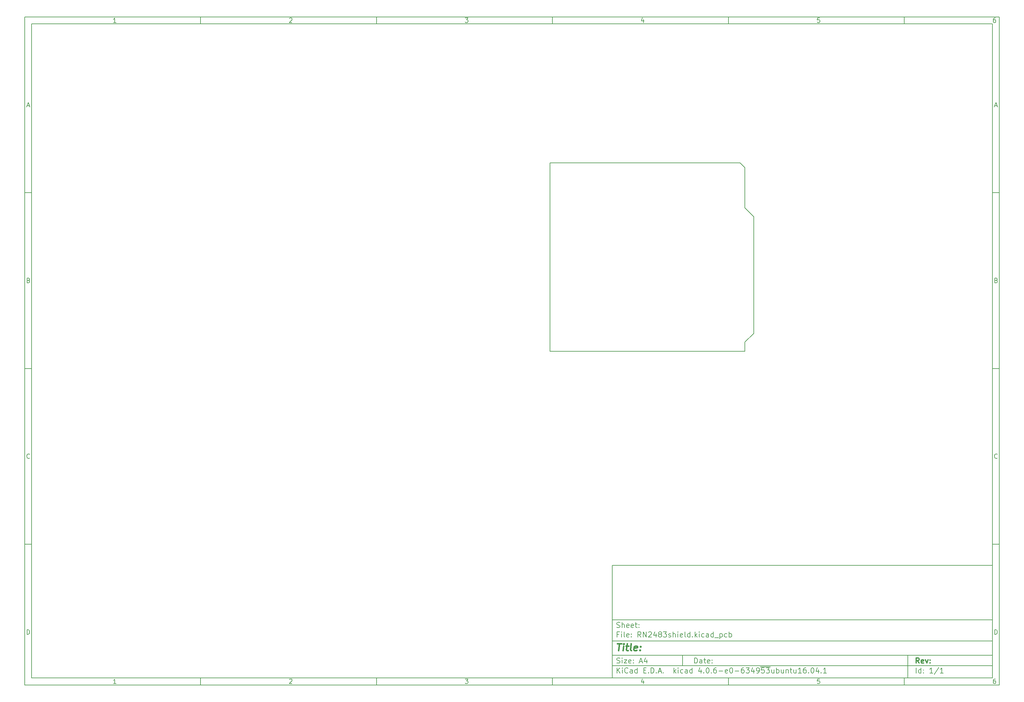
<source format=gm1>
%TF.GenerationSoftware,KiCad,Pcbnew,4.0.6-e0-6349~53~ubuntu16.04.1*%
%TF.CreationDate,2017-06-05T20:25:56+01:00*%
%TF.ProjectId,RN2483shield,524E32343833736869656C642E6B6963,rev?*%
%TF.FileFunction,Profile,NP*%
%FSLAX46Y46*%
G04 Gerber Fmt 4.6, Leading zero omitted, Abs format (unit mm)*
G04 Created by KiCad (PCBNEW 4.0.6-e0-6349~53~ubuntu16.04.1) date Mon Jun  5 20:25:56 2017*
%MOMM*%
%LPD*%
G01*
G04 APERTURE LIST*
%ADD10C,0.100000*%
%ADD11C,0.150000*%
%ADD12C,0.300000*%
%ADD13C,0.400000*%
G04 APERTURE END LIST*
D10*
D11*
X177002200Y-166007200D02*
X177002200Y-198007200D01*
X285002200Y-198007200D01*
X285002200Y-166007200D01*
X177002200Y-166007200D01*
D10*
D11*
X10000000Y-10000000D02*
X10000000Y-200007200D01*
X287002200Y-200007200D01*
X287002200Y-10000000D01*
X10000000Y-10000000D01*
D10*
D11*
X12000000Y-12000000D02*
X12000000Y-198007200D01*
X285002200Y-198007200D01*
X285002200Y-12000000D01*
X12000000Y-12000000D01*
D10*
D11*
X60000000Y-12000000D02*
X60000000Y-10000000D01*
D10*
D11*
X110000000Y-12000000D02*
X110000000Y-10000000D01*
D10*
D11*
X160000000Y-12000000D02*
X160000000Y-10000000D01*
D10*
D11*
X210000000Y-12000000D02*
X210000000Y-10000000D01*
D10*
D11*
X260000000Y-12000000D02*
X260000000Y-10000000D01*
D10*
D11*
X35990476Y-11588095D02*
X35247619Y-11588095D01*
X35619048Y-11588095D02*
X35619048Y-10288095D01*
X35495238Y-10473810D01*
X35371429Y-10597619D01*
X35247619Y-10659524D01*
D10*
D11*
X85247619Y-10411905D02*
X85309524Y-10350000D01*
X85433333Y-10288095D01*
X85742857Y-10288095D01*
X85866667Y-10350000D01*
X85928571Y-10411905D01*
X85990476Y-10535714D01*
X85990476Y-10659524D01*
X85928571Y-10845238D01*
X85185714Y-11588095D01*
X85990476Y-11588095D01*
D10*
D11*
X135185714Y-10288095D02*
X135990476Y-10288095D01*
X135557143Y-10783333D01*
X135742857Y-10783333D01*
X135866667Y-10845238D01*
X135928571Y-10907143D01*
X135990476Y-11030952D01*
X135990476Y-11340476D01*
X135928571Y-11464286D01*
X135866667Y-11526190D01*
X135742857Y-11588095D01*
X135371429Y-11588095D01*
X135247619Y-11526190D01*
X135185714Y-11464286D01*
D10*
D11*
X185866667Y-10721429D02*
X185866667Y-11588095D01*
X185557143Y-10226190D02*
X185247619Y-11154762D01*
X186052381Y-11154762D01*
D10*
D11*
X235928571Y-10288095D02*
X235309524Y-10288095D01*
X235247619Y-10907143D01*
X235309524Y-10845238D01*
X235433333Y-10783333D01*
X235742857Y-10783333D01*
X235866667Y-10845238D01*
X235928571Y-10907143D01*
X235990476Y-11030952D01*
X235990476Y-11340476D01*
X235928571Y-11464286D01*
X235866667Y-11526190D01*
X235742857Y-11588095D01*
X235433333Y-11588095D01*
X235309524Y-11526190D01*
X235247619Y-11464286D01*
D10*
D11*
X285866667Y-10288095D02*
X285619048Y-10288095D01*
X285495238Y-10350000D01*
X285433333Y-10411905D01*
X285309524Y-10597619D01*
X285247619Y-10845238D01*
X285247619Y-11340476D01*
X285309524Y-11464286D01*
X285371429Y-11526190D01*
X285495238Y-11588095D01*
X285742857Y-11588095D01*
X285866667Y-11526190D01*
X285928571Y-11464286D01*
X285990476Y-11340476D01*
X285990476Y-11030952D01*
X285928571Y-10907143D01*
X285866667Y-10845238D01*
X285742857Y-10783333D01*
X285495238Y-10783333D01*
X285371429Y-10845238D01*
X285309524Y-10907143D01*
X285247619Y-11030952D01*
D10*
D11*
X60000000Y-198007200D02*
X60000000Y-200007200D01*
D10*
D11*
X110000000Y-198007200D02*
X110000000Y-200007200D01*
D10*
D11*
X160000000Y-198007200D02*
X160000000Y-200007200D01*
D10*
D11*
X210000000Y-198007200D02*
X210000000Y-200007200D01*
D10*
D11*
X260000000Y-198007200D02*
X260000000Y-200007200D01*
D10*
D11*
X35990476Y-199595295D02*
X35247619Y-199595295D01*
X35619048Y-199595295D02*
X35619048Y-198295295D01*
X35495238Y-198481010D01*
X35371429Y-198604819D01*
X35247619Y-198666724D01*
D10*
D11*
X85247619Y-198419105D02*
X85309524Y-198357200D01*
X85433333Y-198295295D01*
X85742857Y-198295295D01*
X85866667Y-198357200D01*
X85928571Y-198419105D01*
X85990476Y-198542914D01*
X85990476Y-198666724D01*
X85928571Y-198852438D01*
X85185714Y-199595295D01*
X85990476Y-199595295D01*
D10*
D11*
X135185714Y-198295295D02*
X135990476Y-198295295D01*
X135557143Y-198790533D01*
X135742857Y-198790533D01*
X135866667Y-198852438D01*
X135928571Y-198914343D01*
X135990476Y-199038152D01*
X135990476Y-199347676D01*
X135928571Y-199471486D01*
X135866667Y-199533390D01*
X135742857Y-199595295D01*
X135371429Y-199595295D01*
X135247619Y-199533390D01*
X135185714Y-199471486D01*
D10*
D11*
X185866667Y-198728629D02*
X185866667Y-199595295D01*
X185557143Y-198233390D02*
X185247619Y-199161962D01*
X186052381Y-199161962D01*
D10*
D11*
X235928571Y-198295295D02*
X235309524Y-198295295D01*
X235247619Y-198914343D01*
X235309524Y-198852438D01*
X235433333Y-198790533D01*
X235742857Y-198790533D01*
X235866667Y-198852438D01*
X235928571Y-198914343D01*
X235990476Y-199038152D01*
X235990476Y-199347676D01*
X235928571Y-199471486D01*
X235866667Y-199533390D01*
X235742857Y-199595295D01*
X235433333Y-199595295D01*
X235309524Y-199533390D01*
X235247619Y-199471486D01*
D10*
D11*
X285866667Y-198295295D02*
X285619048Y-198295295D01*
X285495238Y-198357200D01*
X285433333Y-198419105D01*
X285309524Y-198604819D01*
X285247619Y-198852438D01*
X285247619Y-199347676D01*
X285309524Y-199471486D01*
X285371429Y-199533390D01*
X285495238Y-199595295D01*
X285742857Y-199595295D01*
X285866667Y-199533390D01*
X285928571Y-199471486D01*
X285990476Y-199347676D01*
X285990476Y-199038152D01*
X285928571Y-198914343D01*
X285866667Y-198852438D01*
X285742857Y-198790533D01*
X285495238Y-198790533D01*
X285371429Y-198852438D01*
X285309524Y-198914343D01*
X285247619Y-199038152D01*
D10*
D11*
X10000000Y-60000000D02*
X12000000Y-60000000D01*
D10*
D11*
X10000000Y-110000000D02*
X12000000Y-110000000D01*
D10*
D11*
X10000000Y-160000000D02*
X12000000Y-160000000D01*
D10*
D11*
X10690476Y-35216667D02*
X11309524Y-35216667D01*
X10566667Y-35588095D02*
X11000000Y-34288095D01*
X11433333Y-35588095D01*
D10*
D11*
X11092857Y-84907143D02*
X11278571Y-84969048D01*
X11340476Y-85030952D01*
X11402381Y-85154762D01*
X11402381Y-85340476D01*
X11340476Y-85464286D01*
X11278571Y-85526190D01*
X11154762Y-85588095D01*
X10659524Y-85588095D01*
X10659524Y-84288095D01*
X11092857Y-84288095D01*
X11216667Y-84350000D01*
X11278571Y-84411905D01*
X11340476Y-84535714D01*
X11340476Y-84659524D01*
X11278571Y-84783333D01*
X11216667Y-84845238D01*
X11092857Y-84907143D01*
X10659524Y-84907143D01*
D10*
D11*
X11402381Y-135464286D02*
X11340476Y-135526190D01*
X11154762Y-135588095D01*
X11030952Y-135588095D01*
X10845238Y-135526190D01*
X10721429Y-135402381D01*
X10659524Y-135278571D01*
X10597619Y-135030952D01*
X10597619Y-134845238D01*
X10659524Y-134597619D01*
X10721429Y-134473810D01*
X10845238Y-134350000D01*
X11030952Y-134288095D01*
X11154762Y-134288095D01*
X11340476Y-134350000D01*
X11402381Y-134411905D01*
D10*
D11*
X10659524Y-185588095D02*
X10659524Y-184288095D01*
X10969048Y-184288095D01*
X11154762Y-184350000D01*
X11278571Y-184473810D01*
X11340476Y-184597619D01*
X11402381Y-184845238D01*
X11402381Y-185030952D01*
X11340476Y-185278571D01*
X11278571Y-185402381D01*
X11154762Y-185526190D01*
X10969048Y-185588095D01*
X10659524Y-185588095D01*
D10*
D11*
X287002200Y-60000000D02*
X285002200Y-60000000D01*
D10*
D11*
X287002200Y-110000000D02*
X285002200Y-110000000D01*
D10*
D11*
X287002200Y-160000000D02*
X285002200Y-160000000D01*
D10*
D11*
X285692676Y-35216667D02*
X286311724Y-35216667D01*
X285568867Y-35588095D02*
X286002200Y-34288095D01*
X286435533Y-35588095D01*
D10*
D11*
X286095057Y-84907143D02*
X286280771Y-84969048D01*
X286342676Y-85030952D01*
X286404581Y-85154762D01*
X286404581Y-85340476D01*
X286342676Y-85464286D01*
X286280771Y-85526190D01*
X286156962Y-85588095D01*
X285661724Y-85588095D01*
X285661724Y-84288095D01*
X286095057Y-84288095D01*
X286218867Y-84350000D01*
X286280771Y-84411905D01*
X286342676Y-84535714D01*
X286342676Y-84659524D01*
X286280771Y-84783333D01*
X286218867Y-84845238D01*
X286095057Y-84907143D01*
X285661724Y-84907143D01*
D10*
D11*
X286404581Y-135464286D02*
X286342676Y-135526190D01*
X286156962Y-135588095D01*
X286033152Y-135588095D01*
X285847438Y-135526190D01*
X285723629Y-135402381D01*
X285661724Y-135278571D01*
X285599819Y-135030952D01*
X285599819Y-134845238D01*
X285661724Y-134597619D01*
X285723629Y-134473810D01*
X285847438Y-134350000D01*
X286033152Y-134288095D01*
X286156962Y-134288095D01*
X286342676Y-134350000D01*
X286404581Y-134411905D01*
D10*
D11*
X285661724Y-185588095D02*
X285661724Y-184288095D01*
X285971248Y-184288095D01*
X286156962Y-184350000D01*
X286280771Y-184473810D01*
X286342676Y-184597619D01*
X286404581Y-184845238D01*
X286404581Y-185030952D01*
X286342676Y-185278571D01*
X286280771Y-185402381D01*
X286156962Y-185526190D01*
X285971248Y-185588095D01*
X285661724Y-185588095D01*
D10*
D11*
X200359343Y-193785771D02*
X200359343Y-192285771D01*
X200716486Y-192285771D01*
X200930771Y-192357200D01*
X201073629Y-192500057D01*
X201145057Y-192642914D01*
X201216486Y-192928629D01*
X201216486Y-193142914D01*
X201145057Y-193428629D01*
X201073629Y-193571486D01*
X200930771Y-193714343D01*
X200716486Y-193785771D01*
X200359343Y-193785771D01*
X202502200Y-193785771D02*
X202502200Y-193000057D01*
X202430771Y-192857200D01*
X202287914Y-192785771D01*
X202002200Y-192785771D01*
X201859343Y-192857200D01*
X202502200Y-193714343D02*
X202359343Y-193785771D01*
X202002200Y-193785771D01*
X201859343Y-193714343D01*
X201787914Y-193571486D01*
X201787914Y-193428629D01*
X201859343Y-193285771D01*
X202002200Y-193214343D01*
X202359343Y-193214343D01*
X202502200Y-193142914D01*
X203002200Y-192785771D02*
X203573629Y-192785771D01*
X203216486Y-192285771D02*
X203216486Y-193571486D01*
X203287914Y-193714343D01*
X203430772Y-193785771D01*
X203573629Y-193785771D01*
X204645057Y-193714343D02*
X204502200Y-193785771D01*
X204216486Y-193785771D01*
X204073629Y-193714343D01*
X204002200Y-193571486D01*
X204002200Y-193000057D01*
X204073629Y-192857200D01*
X204216486Y-192785771D01*
X204502200Y-192785771D01*
X204645057Y-192857200D01*
X204716486Y-193000057D01*
X204716486Y-193142914D01*
X204002200Y-193285771D01*
X205359343Y-193642914D02*
X205430771Y-193714343D01*
X205359343Y-193785771D01*
X205287914Y-193714343D01*
X205359343Y-193642914D01*
X205359343Y-193785771D01*
X205359343Y-192857200D02*
X205430771Y-192928629D01*
X205359343Y-193000057D01*
X205287914Y-192928629D01*
X205359343Y-192857200D01*
X205359343Y-193000057D01*
D10*
D11*
X177002200Y-194507200D02*
X285002200Y-194507200D01*
D10*
D11*
X178359343Y-196585771D02*
X178359343Y-195085771D01*
X179216486Y-196585771D02*
X178573629Y-195728629D01*
X179216486Y-195085771D02*
X178359343Y-195942914D01*
X179859343Y-196585771D02*
X179859343Y-195585771D01*
X179859343Y-195085771D02*
X179787914Y-195157200D01*
X179859343Y-195228629D01*
X179930771Y-195157200D01*
X179859343Y-195085771D01*
X179859343Y-195228629D01*
X181430772Y-196442914D02*
X181359343Y-196514343D01*
X181145057Y-196585771D01*
X181002200Y-196585771D01*
X180787915Y-196514343D01*
X180645057Y-196371486D01*
X180573629Y-196228629D01*
X180502200Y-195942914D01*
X180502200Y-195728629D01*
X180573629Y-195442914D01*
X180645057Y-195300057D01*
X180787915Y-195157200D01*
X181002200Y-195085771D01*
X181145057Y-195085771D01*
X181359343Y-195157200D01*
X181430772Y-195228629D01*
X182716486Y-196585771D02*
X182716486Y-195800057D01*
X182645057Y-195657200D01*
X182502200Y-195585771D01*
X182216486Y-195585771D01*
X182073629Y-195657200D01*
X182716486Y-196514343D02*
X182573629Y-196585771D01*
X182216486Y-196585771D01*
X182073629Y-196514343D01*
X182002200Y-196371486D01*
X182002200Y-196228629D01*
X182073629Y-196085771D01*
X182216486Y-196014343D01*
X182573629Y-196014343D01*
X182716486Y-195942914D01*
X184073629Y-196585771D02*
X184073629Y-195085771D01*
X184073629Y-196514343D02*
X183930772Y-196585771D01*
X183645058Y-196585771D01*
X183502200Y-196514343D01*
X183430772Y-196442914D01*
X183359343Y-196300057D01*
X183359343Y-195871486D01*
X183430772Y-195728629D01*
X183502200Y-195657200D01*
X183645058Y-195585771D01*
X183930772Y-195585771D01*
X184073629Y-195657200D01*
X185930772Y-195800057D02*
X186430772Y-195800057D01*
X186645058Y-196585771D02*
X185930772Y-196585771D01*
X185930772Y-195085771D01*
X186645058Y-195085771D01*
X187287915Y-196442914D02*
X187359343Y-196514343D01*
X187287915Y-196585771D01*
X187216486Y-196514343D01*
X187287915Y-196442914D01*
X187287915Y-196585771D01*
X188002201Y-196585771D02*
X188002201Y-195085771D01*
X188359344Y-195085771D01*
X188573629Y-195157200D01*
X188716487Y-195300057D01*
X188787915Y-195442914D01*
X188859344Y-195728629D01*
X188859344Y-195942914D01*
X188787915Y-196228629D01*
X188716487Y-196371486D01*
X188573629Y-196514343D01*
X188359344Y-196585771D01*
X188002201Y-196585771D01*
X189502201Y-196442914D02*
X189573629Y-196514343D01*
X189502201Y-196585771D01*
X189430772Y-196514343D01*
X189502201Y-196442914D01*
X189502201Y-196585771D01*
X190145058Y-196157200D02*
X190859344Y-196157200D01*
X190002201Y-196585771D02*
X190502201Y-195085771D01*
X191002201Y-196585771D01*
X191502201Y-196442914D02*
X191573629Y-196514343D01*
X191502201Y-196585771D01*
X191430772Y-196514343D01*
X191502201Y-196442914D01*
X191502201Y-196585771D01*
X194502201Y-196585771D02*
X194502201Y-195085771D01*
X194645058Y-196014343D02*
X195073629Y-196585771D01*
X195073629Y-195585771D02*
X194502201Y-196157200D01*
X195716487Y-196585771D02*
X195716487Y-195585771D01*
X195716487Y-195085771D02*
X195645058Y-195157200D01*
X195716487Y-195228629D01*
X195787915Y-195157200D01*
X195716487Y-195085771D01*
X195716487Y-195228629D01*
X197073630Y-196514343D02*
X196930773Y-196585771D01*
X196645059Y-196585771D01*
X196502201Y-196514343D01*
X196430773Y-196442914D01*
X196359344Y-196300057D01*
X196359344Y-195871486D01*
X196430773Y-195728629D01*
X196502201Y-195657200D01*
X196645059Y-195585771D01*
X196930773Y-195585771D01*
X197073630Y-195657200D01*
X198359344Y-196585771D02*
X198359344Y-195800057D01*
X198287915Y-195657200D01*
X198145058Y-195585771D01*
X197859344Y-195585771D01*
X197716487Y-195657200D01*
X198359344Y-196514343D02*
X198216487Y-196585771D01*
X197859344Y-196585771D01*
X197716487Y-196514343D01*
X197645058Y-196371486D01*
X197645058Y-196228629D01*
X197716487Y-196085771D01*
X197859344Y-196014343D01*
X198216487Y-196014343D01*
X198359344Y-195942914D01*
X199716487Y-196585771D02*
X199716487Y-195085771D01*
X199716487Y-196514343D02*
X199573630Y-196585771D01*
X199287916Y-196585771D01*
X199145058Y-196514343D01*
X199073630Y-196442914D01*
X199002201Y-196300057D01*
X199002201Y-195871486D01*
X199073630Y-195728629D01*
X199145058Y-195657200D01*
X199287916Y-195585771D01*
X199573630Y-195585771D01*
X199716487Y-195657200D01*
X202216487Y-195585771D02*
X202216487Y-196585771D01*
X201859344Y-195014343D02*
X201502201Y-196085771D01*
X202430773Y-196085771D01*
X203002201Y-196442914D02*
X203073629Y-196514343D01*
X203002201Y-196585771D01*
X202930772Y-196514343D01*
X203002201Y-196442914D01*
X203002201Y-196585771D01*
X204002201Y-195085771D02*
X204145058Y-195085771D01*
X204287915Y-195157200D01*
X204359344Y-195228629D01*
X204430773Y-195371486D01*
X204502201Y-195657200D01*
X204502201Y-196014343D01*
X204430773Y-196300057D01*
X204359344Y-196442914D01*
X204287915Y-196514343D01*
X204145058Y-196585771D01*
X204002201Y-196585771D01*
X203859344Y-196514343D01*
X203787915Y-196442914D01*
X203716487Y-196300057D01*
X203645058Y-196014343D01*
X203645058Y-195657200D01*
X203716487Y-195371486D01*
X203787915Y-195228629D01*
X203859344Y-195157200D01*
X204002201Y-195085771D01*
X205145058Y-196442914D02*
X205216486Y-196514343D01*
X205145058Y-196585771D01*
X205073629Y-196514343D01*
X205145058Y-196442914D01*
X205145058Y-196585771D01*
X206502201Y-195085771D02*
X206216487Y-195085771D01*
X206073630Y-195157200D01*
X206002201Y-195228629D01*
X205859344Y-195442914D01*
X205787915Y-195728629D01*
X205787915Y-196300057D01*
X205859344Y-196442914D01*
X205930772Y-196514343D01*
X206073630Y-196585771D01*
X206359344Y-196585771D01*
X206502201Y-196514343D01*
X206573630Y-196442914D01*
X206645058Y-196300057D01*
X206645058Y-195942914D01*
X206573630Y-195800057D01*
X206502201Y-195728629D01*
X206359344Y-195657200D01*
X206073630Y-195657200D01*
X205930772Y-195728629D01*
X205859344Y-195800057D01*
X205787915Y-195942914D01*
X207287915Y-196014343D02*
X208430772Y-196014343D01*
X209716486Y-196514343D02*
X209573629Y-196585771D01*
X209287915Y-196585771D01*
X209145058Y-196514343D01*
X209073629Y-196371486D01*
X209073629Y-195800057D01*
X209145058Y-195657200D01*
X209287915Y-195585771D01*
X209573629Y-195585771D01*
X209716486Y-195657200D01*
X209787915Y-195800057D01*
X209787915Y-195942914D01*
X209073629Y-196085771D01*
X210716486Y-195085771D02*
X210859343Y-195085771D01*
X211002200Y-195157200D01*
X211073629Y-195228629D01*
X211145058Y-195371486D01*
X211216486Y-195657200D01*
X211216486Y-196014343D01*
X211145058Y-196300057D01*
X211073629Y-196442914D01*
X211002200Y-196514343D01*
X210859343Y-196585771D01*
X210716486Y-196585771D01*
X210573629Y-196514343D01*
X210502200Y-196442914D01*
X210430772Y-196300057D01*
X210359343Y-196014343D01*
X210359343Y-195657200D01*
X210430772Y-195371486D01*
X210502200Y-195228629D01*
X210573629Y-195157200D01*
X210716486Y-195085771D01*
X211859343Y-196014343D02*
X213002200Y-196014343D01*
X214359343Y-195085771D02*
X214073629Y-195085771D01*
X213930772Y-195157200D01*
X213859343Y-195228629D01*
X213716486Y-195442914D01*
X213645057Y-195728629D01*
X213645057Y-196300057D01*
X213716486Y-196442914D01*
X213787914Y-196514343D01*
X213930772Y-196585771D01*
X214216486Y-196585771D01*
X214359343Y-196514343D01*
X214430772Y-196442914D01*
X214502200Y-196300057D01*
X214502200Y-195942914D01*
X214430772Y-195800057D01*
X214359343Y-195728629D01*
X214216486Y-195657200D01*
X213930772Y-195657200D01*
X213787914Y-195728629D01*
X213716486Y-195800057D01*
X213645057Y-195942914D01*
X215002200Y-195085771D02*
X215930771Y-195085771D01*
X215430771Y-195657200D01*
X215645057Y-195657200D01*
X215787914Y-195728629D01*
X215859343Y-195800057D01*
X215930771Y-195942914D01*
X215930771Y-196300057D01*
X215859343Y-196442914D01*
X215787914Y-196514343D01*
X215645057Y-196585771D01*
X215216485Y-196585771D01*
X215073628Y-196514343D01*
X215002200Y-196442914D01*
X217216485Y-195585771D02*
X217216485Y-196585771D01*
X216859342Y-195014343D02*
X216502199Y-196085771D01*
X217430771Y-196085771D01*
X218073627Y-196585771D02*
X218359342Y-196585771D01*
X218502199Y-196514343D01*
X218573627Y-196442914D01*
X218716485Y-196228629D01*
X218787913Y-195942914D01*
X218787913Y-195371486D01*
X218716485Y-195228629D01*
X218645056Y-195157200D01*
X218502199Y-195085771D01*
X218216485Y-195085771D01*
X218073627Y-195157200D01*
X218002199Y-195228629D01*
X217930770Y-195371486D01*
X217930770Y-195728629D01*
X218002199Y-195871486D01*
X218073627Y-195942914D01*
X218216485Y-196014343D01*
X218502199Y-196014343D01*
X218645056Y-195942914D01*
X218716485Y-195871486D01*
X218787913Y-195728629D01*
X220145056Y-195085771D02*
X219430770Y-195085771D01*
X219359341Y-195800057D01*
X219430770Y-195728629D01*
X219573627Y-195657200D01*
X219930770Y-195657200D01*
X220073627Y-195728629D01*
X220145056Y-195800057D01*
X220216484Y-195942914D01*
X220216484Y-196300057D01*
X220145056Y-196442914D01*
X220073627Y-196514343D01*
X219930770Y-196585771D01*
X219573627Y-196585771D01*
X219430770Y-196514343D01*
X219359341Y-196442914D01*
X220716484Y-195085771D02*
X221645055Y-195085771D01*
X221145055Y-195657200D01*
X221359341Y-195657200D01*
X221502198Y-195728629D01*
X221573627Y-195800057D01*
X221645055Y-195942914D01*
X221645055Y-196300057D01*
X221573627Y-196442914D01*
X221502198Y-196514343D01*
X221359341Y-196585771D01*
X220930769Y-196585771D01*
X220787912Y-196514343D01*
X220716484Y-196442914D01*
X219073627Y-194827200D02*
X221930769Y-194827200D01*
X222930769Y-195585771D02*
X222930769Y-196585771D01*
X222287912Y-195585771D02*
X222287912Y-196371486D01*
X222359340Y-196514343D01*
X222502198Y-196585771D01*
X222716483Y-196585771D01*
X222859340Y-196514343D01*
X222930769Y-196442914D01*
X223645055Y-196585771D02*
X223645055Y-195085771D01*
X223645055Y-195657200D02*
X223787912Y-195585771D01*
X224073626Y-195585771D01*
X224216483Y-195657200D01*
X224287912Y-195728629D01*
X224359341Y-195871486D01*
X224359341Y-196300057D01*
X224287912Y-196442914D01*
X224216483Y-196514343D01*
X224073626Y-196585771D01*
X223787912Y-196585771D01*
X223645055Y-196514343D01*
X225645055Y-195585771D02*
X225645055Y-196585771D01*
X225002198Y-195585771D02*
X225002198Y-196371486D01*
X225073626Y-196514343D01*
X225216484Y-196585771D01*
X225430769Y-196585771D01*
X225573626Y-196514343D01*
X225645055Y-196442914D01*
X226359341Y-195585771D02*
X226359341Y-196585771D01*
X226359341Y-195728629D02*
X226430769Y-195657200D01*
X226573627Y-195585771D01*
X226787912Y-195585771D01*
X226930769Y-195657200D01*
X227002198Y-195800057D01*
X227002198Y-196585771D01*
X227502198Y-195585771D02*
X228073627Y-195585771D01*
X227716484Y-195085771D02*
X227716484Y-196371486D01*
X227787912Y-196514343D01*
X227930770Y-196585771D01*
X228073627Y-196585771D01*
X229216484Y-195585771D02*
X229216484Y-196585771D01*
X228573627Y-195585771D02*
X228573627Y-196371486D01*
X228645055Y-196514343D01*
X228787913Y-196585771D01*
X229002198Y-196585771D01*
X229145055Y-196514343D01*
X229216484Y-196442914D01*
X230716484Y-196585771D02*
X229859341Y-196585771D01*
X230287913Y-196585771D02*
X230287913Y-195085771D01*
X230145056Y-195300057D01*
X230002198Y-195442914D01*
X229859341Y-195514343D01*
X232002198Y-195085771D02*
X231716484Y-195085771D01*
X231573627Y-195157200D01*
X231502198Y-195228629D01*
X231359341Y-195442914D01*
X231287912Y-195728629D01*
X231287912Y-196300057D01*
X231359341Y-196442914D01*
X231430769Y-196514343D01*
X231573627Y-196585771D01*
X231859341Y-196585771D01*
X232002198Y-196514343D01*
X232073627Y-196442914D01*
X232145055Y-196300057D01*
X232145055Y-195942914D01*
X232073627Y-195800057D01*
X232002198Y-195728629D01*
X231859341Y-195657200D01*
X231573627Y-195657200D01*
X231430769Y-195728629D01*
X231359341Y-195800057D01*
X231287912Y-195942914D01*
X232787912Y-196442914D02*
X232859340Y-196514343D01*
X232787912Y-196585771D01*
X232716483Y-196514343D01*
X232787912Y-196442914D01*
X232787912Y-196585771D01*
X233787912Y-195085771D02*
X233930769Y-195085771D01*
X234073626Y-195157200D01*
X234145055Y-195228629D01*
X234216484Y-195371486D01*
X234287912Y-195657200D01*
X234287912Y-196014343D01*
X234216484Y-196300057D01*
X234145055Y-196442914D01*
X234073626Y-196514343D01*
X233930769Y-196585771D01*
X233787912Y-196585771D01*
X233645055Y-196514343D01*
X233573626Y-196442914D01*
X233502198Y-196300057D01*
X233430769Y-196014343D01*
X233430769Y-195657200D01*
X233502198Y-195371486D01*
X233573626Y-195228629D01*
X233645055Y-195157200D01*
X233787912Y-195085771D01*
X235573626Y-195585771D02*
X235573626Y-196585771D01*
X235216483Y-195014343D02*
X234859340Y-196085771D01*
X235787912Y-196085771D01*
X236359340Y-196442914D02*
X236430768Y-196514343D01*
X236359340Y-196585771D01*
X236287911Y-196514343D01*
X236359340Y-196442914D01*
X236359340Y-196585771D01*
X237859340Y-196585771D02*
X237002197Y-196585771D01*
X237430769Y-196585771D02*
X237430769Y-195085771D01*
X237287912Y-195300057D01*
X237145054Y-195442914D01*
X237002197Y-195514343D01*
D10*
D11*
X177002200Y-191507200D02*
X285002200Y-191507200D01*
D10*
D12*
X264216486Y-193785771D02*
X263716486Y-193071486D01*
X263359343Y-193785771D02*
X263359343Y-192285771D01*
X263930771Y-192285771D01*
X264073629Y-192357200D01*
X264145057Y-192428629D01*
X264216486Y-192571486D01*
X264216486Y-192785771D01*
X264145057Y-192928629D01*
X264073629Y-193000057D01*
X263930771Y-193071486D01*
X263359343Y-193071486D01*
X265430771Y-193714343D02*
X265287914Y-193785771D01*
X265002200Y-193785771D01*
X264859343Y-193714343D01*
X264787914Y-193571486D01*
X264787914Y-193000057D01*
X264859343Y-192857200D01*
X265002200Y-192785771D01*
X265287914Y-192785771D01*
X265430771Y-192857200D01*
X265502200Y-193000057D01*
X265502200Y-193142914D01*
X264787914Y-193285771D01*
X266002200Y-192785771D02*
X266359343Y-193785771D01*
X266716485Y-192785771D01*
X267287914Y-193642914D02*
X267359342Y-193714343D01*
X267287914Y-193785771D01*
X267216485Y-193714343D01*
X267287914Y-193642914D01*
X267287914Y-193785771D01*
X267287914Y-192857200D02*
X267359342Y-192928629D01*
X267287914Y-193000057D01*
X267216485Y-192928629D01*
X267287914Y-192857200D01*
X267287914Y-193000057D01*
D10*
D11*
X178287914Y-193714343D02*
X178502200Y-193785771D01*
X178859343Y-193785771D01*
X179002200Y-193714343D01*
X179073629Y-193642914D01*
X179145057Y-193500057D01*
X179145057Y-193357200D01*
X179073629Y-193214343D01*
X179002200Y-193142914D01*
X178859343Y-193071486D01*
X178573629Y-193000057D01*
X178430771Y-192928629D01*
X178359343Y-192857200D01*
X178287914Y-192714343D01*
X178287914Y-192571486D01*
X178359343Y-192428629D01*
X178430771Y-192357200D01*
X178573629Y-192285771D01*
X178930771Y-192285771D01*
X179145057Y-192357200D01*
X179787914Y-193785771D02*
X179787914Y-192785771D01*
X179787914Y-192285771D02*
X179716485Y-192357200D01*
X179787914Y-192428629D01*
X179859342Y-192357200D01*
X179787914Y-192285771D01*
X179787914Y-192428629D01*
X180359343Y-192785771D02*
X181145057Y-192785771D01*
X180359343Y-193785771D01*
X181145057Y-193785771D01*
X182287914Y-193714343D02*
X182145057Y-193785771D01*
X181859343Y-193785771D01*
X181716486Y-193714343D01*
X181645057Y-193571486D01*
X181645057Y-193000057D01*
X181716486Y-192857200D01*
X181859343Y-192785771D01*
X182145057Y-192785771D01*
X182287914Y-192857200D01*
X182359343Y-193000057D01*
X182359343Y-193142914D01*
X181645057Y-193285771D01*
X183002200Y-193642914D02*
X183073628Y-193714343D01*
X183002200Y-193785771D01*
X182930771Y-193714343D01*
X183002200Y-193642914D01*
X183002200Y-193785771D01*
X183002200Y-192857200D02*
X183073628Y-192928629D01*
X183002200Y-193000057D01*
X182930771Y-192928629D01*
X183002200Y-192857200D01*
X183002200Y-193000057D01*
X184787914Y-193357200D02*
X185502200Y-193357200D01*
X184645057Y-193785771D02*
X185145057Y-192285771D01*
X185645057Y-193785771D01*
X186787914Y-192785771D02*
X186787914Y-193785771D01*
X186430771Y-192214343D02*
X186073628Y-193285771D01*
X187002200Y-193285771D01*
D10*
D11*
X263359343Y-196585771D02*
X263359343Y-195085771D01*
X264716486Y-196585771D02*
X264716486Y-195085771D01*
X264716486Y-196514343D02*
X264573629Y-196585771D01*
X264287915Y-196585771D01*
X264145057Y-196514343D01*
X264073629Y-196442914D01*
X264002200Y-196300057D01*
X264002200Y-195871486D01*
X264073629Y-195728629D01*
X264145057Y-195657200D01*
X264287915Y-195585771D01*
X264573629Y-195585771D01*
X264716486Y-195657200D01*
X265430772Y-196442914D02*
X265502200Y-196514343D01*
X265430772Y-196585771D01*
X265359343Y-196514343D01*
X265430772Y-196442914D01*
X265430772Y-196585771D01*
X265430772Y-195657200D02*
X265502200Y-195728629D01*
X265430772Y-195800057D01*
X265359343Y-195728629D01*
X265430772Y-195657200D01*
X265430772Y-195800057D01*
X268073629Y-196585771D02*
X267216486Y-196585771D01*
X267645058Y-196585771D02*
X267645058Y-195085771D01*
X267502201Y-195300057D01*
X267359343Y-195442914D01*
X267216486Y-195514343D01*
X269787914Y-195014343D02*
X268502200Y-196942914D01*
X271073629Y-196585771D02*
X270216486Y-196585771D01*
X270645058Y-196585771D02*
X270645058Y-195085771D01*
X270502201Y-195300057D01*
X270359343Y-195442914D01*
X270216486Y-195514343D01*
D10*
D11*
X177002200Y-187507200D02*
X285002200Y-187507200D01*
D10*
D13*
X178454581Y-188211962D02*
X179597438Y-188211962D01*
X178776010Y-190211962D02*
X179026010Y-188211962D01*
X180014105Y-190211962D02*
X180180771Y-188878629D01*
X180264105Y-188211962D02*
X180156962Y-188307200D01*
X180240295Y-188402438D01*
X180347439Y-188307200D01*
X180264105Y-188211962D01*
X180240295Y-188402438D01*
X180847438Y-188878629D02*
X181609343Y-188878629D01*
X181216486Y-188211962D02*
X181002200Y-189926248D01*
X181073630Y-190116724D01*
X181252201Y-190211962D01*
X181442677Y-190211962D01*
X182395058Y-190211962D02*
X182216487Y-190116724D01*
X182145057Y-189926248D01*
X182359343Y-188211962D01*
X183930772Y-190116724D02*
X183728391Y-190211962D01*
X183347439Y-190211962D01*
X183168867Y-190116724D01*
X183097438Y-189926248D01*
X183192676Y-189164343D01*
X183311724Y-188973867D01*
X183514105Y-188878629D01*
X183895057Y-188878629D01*
X184073629Y-188973867D01*
X184145057Y-189164343D01*
X184121248Y-189354819D01*
X183145057Y-189545295D01*
X184895057Y-190021486D02*
X184978392Y-190116724D01*
X184871248Y-190211962D01*
X184787915Y-190116724D01*
X184895057Y-190021486D01*
X184871248Y-190211962D01*
X185026010Y-188973867D02*
X185109344Y-189069105D01*
X185002200Y-189164343D01*
X184918867Y-189069105D01*
X185026010Y-188973867D01*
X185002200Y-189164343D01*
D10*
D11*
X178859343Y-185600057D02*
X178359343Y-185600057D01*
X178359343Y-186385771D02*
X178359343Y-184885771D01*
X179073629Y-184885771D01*
X179645057Y-186385771D02*
X179645057Y-185385771D01*
X179645057Y-184885771D02*
X179573628Y-184957200D01*
X179645057Y-185028629D01*
X179716485Y-184957200D01*
X179645057Y-184885771D01*
X179645057Y-185028629D01*
X180573629Y-186385771D02*
X180430771Y-186314343D01*
X180359343Y-186171486D01*
X180359343Y-184885771D01*
X181716485Y-186314343D02*
X181573628Y-186385771D01*
X181287914Y-186385771D01*
X181145057Y-186314343D01*
X181073628Y-186171486D01*
X181073628Y-185600057D01*
X181145057Y-185457200D01*
X181287914Y-185385771D01*
X181573628Y-185385771D01*
X181716485Y-185457200D01*
X181787914Y-185600057D01*
X181787914Y-185742914D01*
X181073628Y-185885771D01*
X182430771Y-186242914D02*
X182502199Y-186314343D01*
X182430771Y-186385771D01*
X182359342Y-186314343D01*
X182430771Y-186242914D01*
X182430771Y-186385771D01*
X182430771Y-185457200D02*
X182502199Y-185528629D01*
X182430771Y-185600057D01*
X182359342Y-185528629D01*
X182430771Y-185457200D01*
X182430771Y-185600057D01*
X185145057Y-186385771D02*
X184645057Y-185671486D01*
X184287914Y-186385771D02*
X184287914Y-184885771D01*
X184859342Y-184885771D01*
X185002200Y-184957200D01*
X185073628Y-185028629D01*
X185145057Y-185171486D01*
X185145057Y-185385771D01*
X185073628Y-185528629D01*
X185002200Y-185600057D01*
X184859342Y-185671486D01*
X184287914Y-185671486D01*
X185787914Y-186385771D02*
X185787914Y-184885771D01*
X186645057Y-186385771D01*
X186645057Y-184885771D01*
X187287914Y-185028629D02*
X187359343Y-184957200D01*
X187502200Y-184885771D01*
X187859343Y-184885771D01*
X188002200Y-184957200D01*
X188073629Y-185028629D01*
X188145057Y-185171486D01*
X188145057Y-185314343D01*
X188073629Y-185528629D01*
X187216486Y-186385771D01*
X188145057Y-186385771D01*
X189430771Y-185385771D02*
X189430771Y-186385771D01*
X189073628Y-184814343D02*
X188716485Y-185885771D01*
X189645057Y-185885771D01*
X190430771Y-185528629D02*
X190287913Y-185457200D01*
X190216485Y-185385771D01*
X190145056Y-185242914D01*
X190145056Y-185171486D01*
X190216485Y-185028629D01*
X190287913Y-184957200D01*
X190430771Y-184885771D01*
X190716485Y-184885771D01*
X190859342Y-184957200D01*
X190930771Y-185028629D01*
X191002199Y-185171486D01*
X191002199Y-185242914D01*
X190930771Y-185385771D01*
X190859342Y-185457200D01*
X190716485Y-185528629D01*
X190430771Y-185528629D01*
X190287913Y-185600057D01*
X190216485Y-185671486D01*
X190145056Y-185814343D01*
X190145056Y-186100057D01*
X190216485Y-186242914D01*
X190287913Y-186314343D01*
X190430771Y-186385771D01*
X190716485Y-186385771D01*
X190859342Y-186314343D01*
X190930771Y-186242914D01*
X191002199Y-186100057D01*
X191002199Y-185814343D01*
X190930771Y-185671486D01*
X190859342Y-185600057D01*
X190716485Y-185528629D01*
X191502199Y-184885771D02*
X192430770Y-184885771D01*
X191930770Y-185457200D01*
X192145056Y-185457200D01*
X192287913Y-185528629D01*
X192359342Y-185600057D01*
X192430770Y-185742914D01*
X192430770Y-186100057D01*
X192359342Y-186242914D01*
X192287913Y-186314343D01*
X192145056Y-186385771D01*
X191716484Y-186385771D01*
X191573627Y-186314343D01*
X191502199Y-186242914D01*
X193002198Y-186314343D02*
X193145055Y-186385771D01*
X193430770Y-186385771D01*
X193573627Y-186314343D01*
X193645055Y-186171486D01*
X193645055Y-186100057D01*
X193573627Y-185957200D01*
X193430770Y-185885771D01*
X193216484Y-185885771D01*
X193073627Y-185814343D01*
X193002198Y-185671486D01*
X193002198Y-185600057D01*
X193073627Y-185457200D01*
X193216484Y-185385771D01*
X193430770Y-185385771D01*
X193573627Y-185457200D01*
X194287913Y-186385771D02*
X194287913Y-184885771D01*
X194930770Y-186385771D02*
X194930770Y-185600057D01*
X194859341Y-185457200D01*
X194716484Y-185385771D01*
X194502199Y-185385771D01*
X194359341Y-185457200D01*
X194287913Y-185528629D01*
X195645056Y-186385771D02*
X195645056Y-185385771D01*
X195645056Y-184885771D02*
X195573627Y-184957200D01*
X195645056Y-185028629D01*
X195716484Y-184957200D01*
X195645056Y-184885771D01*
X195645056Y-185028629D01*
X196930770Y-186314343D02*
X196787913Y-186385771D01*
X196502199Y-186385771D01*
X196359342Y-186314343D01*
X196287913Y-186171486D01*
X196287913Y-185600057D01*
X196359342Y-185457200D01*
X196502199Y-185385771D01*
X196787913Y-185385771D01*
X196930770Y-185457200D01*
X197002199Y-185600057D01*
X197002199Y-185742914D01*
X196287913Y-185885771D01*
X197859342Y-186385771D02*
X197716484Y-186314343D01*
X197645056Y-186171486D01*
X197645056Y-184885771D01*
X199073627Y-186385771D02*
X199073627Y-184885771D01*
X199073627Y-186314343D02*
X198930770Y-186385771D01*
X198645056Y-186385771D01*
X198502198Y-186314343D01*
X198430770Y-186242914D01*
X198359341Y-186100057D01*
X198359341Y-185671486D01*
X198430770Y-185528629D01*
X198502198Y-185457200D01*
X198645056Y-185385771D01*
X198930770Y-185385771D01*
X199073627Y-185457200D01*
X199787913Y-186242914D02*
X199859341Y-186314343D01*
X199787913Y-186385771D01*
X199716484Y-186314343D01*
X199787913Y-186242914D01*
X199787913Y-186385771D01*
X200502199Y-186385771D02*
X200502199Y-184885771D01*
X200645056Y-185814343D02*
X201073627Y-186385771D01*
X201073627Y-185385771D02*
X200502199Y-185957200D01*
X201716485Y-186385771D02*
X201716485Y-185385771D01*
X201716485Y-184885771D02*
X201645056Y-184957200D01*
X201716485Y-185028629D01*
X201787913Y-184957200D01*
X201716485Y-184885771D01*
X201716485Y-185028629D01*
X203073628Y-186314343D02*
X202930771Y-186385771D01*
X202645057Y-186385771D01*
X202502199Y-186314343D01*
X202430771Y-186242914D01*
X202359342Y-186100057D01*
X202359342Y-185671486D01*
X202430771Y-185528629D01*
X202502199Y-185457200D01*
X202645057Y-185385771D01*
X202930771Y-185385771D01*
X203073628Y-185457200D01*
X204359342Y-186385771D02*
X204359342Y-185600057D01*
X204287913Y-185457200D01*
X204145056Y-185385771D01*
X203859342Y-185385771D01*
X203716485Y-185457200D01*
X204359342Y-186314343D02*
X204216485Y-186385771D01*
X203859342Y-186385771D01*
X203716485Y-186314343D01*
X203645056Y-186171486D01*
X203645056Y-186028629D01*
X203716485Y-185885771D01*
X203859342Y-185814343D01*
X204216485Y-185814343D01*
X204359342Y-185742914D01*
X205716485Y-186385771D02*
X205716485Y-184885771D01*
X205716485Y-186314343D02*
X205573628Y-186385771D01*
X205287914Y-186385771D01*
X205145056Y-186314343D01*
X205073628Y-186242914D01*
X205002199Y-186100057D01*
X205002199Y-185671486D01*
X205073628Y-185528629D01*
X205145056Y-185457200D01*
X205287914Y-185385771D01*
X205573628Y-185385771D01*
X205716485Y-185457200D01*
X206073628Y-186528629D02*
X207216485Y-186528629D01*
X207573628Y-185385771D02*
X207573628Y-186885771D01*
X207573628Y-185457200D02*
X207716485Y-185385771D01*
X208002199Y-185385771D01*
X208145056Y-185457200D01*
X208216485Y-185528629D01*
X208287914Y-185671486D01*
X208287914Y-186100057D01*
X208216485Y-186242914D01*
X208145056Y-186314343D01*
X208002199Y-186385771D01*
X207716485Y-186385771D01*
X207573628Y-186314343D01*
X209573628Y-186314343D02*
X209430771Y-186385771D01*
X209145057Y-186385771D01*
X209002199Y-186314343D01*
X208930771Y-186242914D01*
X208859342Y-186100057D01*
X208859342Y-185671486D01*
X208930771Y-185528629D01*
X209002199Y-185457200D01*
X209145057Y-185385771D01*
X209430771Y-185385771D01*
X209573628Y-185457200D01*
X210216485Y-186385771D02*
X210216485Y-184885771D01*
X210216485Y-185457200D02*
X210359342Y-185385771D01*
X210645056Y-185385771D01*
X210787913Y-185457200D01*
X210859342Y-185528629D01*
X210930771Y-185671486D01*
X210930771Y-186100057D01*
X210859342Y-186242914D01*
X210787913Y-186314343D01*
X210645056Y-186385771D01*
X210359342Y-186385771D01*
X210216485Y-186314343D01*
D10*
D11*
X177002200Y-181507200D02*
X285002200Y-181507200D01*
D10*
D11*
X178287914Y-183614343D02*
X178502200Y-183685771D01*
X178859343Y-183685771D01*
X179002200Y-183614343D01*
X179073629Y-183542914D01*
X179145057Y-183400057D01*
X179145057Y-183257200D01*
X179073629Y-183114343D01*
X179002200Y-183042914D01*
X178859343Y-182971486D01*
X178573629Y-182900057D01*
X178430771Y-182828629D01*
X178359343Y-182757200D01*
X178287914Y-182614343D01*
X178287914Y-182471486D01*
X178359343Y-182328629D01*
X178430771Y-182257200D01*
X178573629Y-182185771D01*
X178930771Y-182185771D01*
X179145057Y-182257200D01*
X179787914Y-183685771D02*
X179787914Y-182185771D01*
X180430771Y-183685771D02*
X180430771Y-182900057D01*
X180359342Y-182757200D01*
X180216485Y-182685771D01*
X180002200Y-182685771D01*
X179859342Y-182757200D01*
X179787914Y-182828629D01*
X181716485Y-183614343D02*
X181573628Y-183685771D01*
X181287914Y-183685771D01*
X181145057Y-183614343D01*
X181073628Y-183471486D01*
X181073628Y-182900057D01*
X181145057Y-182757200D01*
X181287914Y-182685771D01*
X181573628Y-182685771D01*
X181716485Y-182757200D01*
X181787914Y-182900057D01*
X181787914Y-183042914D01*
X181073628Y-183185771D01*
X183002199Y-183614343D02*
X182859342Y-183685771D01*
X182573628Y-183685771D01*
X182430771Y-183614343D01*
X182359342Y-183471486D01*
X182359342Y-182900057D01*
X182430771Y-182757200D01*
X182573628Y-182685771D01*
X182859342Y-182685771D01*
X183002199Y-182757200D01*
X183073628Y-182900057D01*
X183073628Y-183042914D01*
X182359342Y-183185771D01*
X183502199Y-182685771D02*
X184073628Y-182685771D01*
X183716485Y-182185771D02*
X183716485Y-183471486D01*
X183787913Y-183614343D01*
X183930771Y-183685771D01*
X184073628Y-183685771D01*
X184573628Y-183542914D02*
X184645056Y-183614343D01*
X184573628Y-183685771D01*
X184502199Y-183614343D01*
X184573628Y-183542914D01*
X184573628Y-183685771D01*
X184573628Y-182757200D02*
X184645056Y-182828629D01*
X184573628Y-182900057D01*
X184502199Y-182828629D01*
X184573628Y-182757200D01*
X184573628Y-182900057D01*
D10*
D11*
X197002200Y-191507200D02*
X197002200Y-194507200D01*
D10*
D11*
X261002200Y-191507200D02*
X261002200Y-198007200D01*
X213300000Y-51500000D02*
X159300000Y-51500000D01*
X213400000Y-51600000D02*
X213300000Y-51500000D01*
X214700000Y-52900000D02*
X213400000Y-51600000D01*
X214700000Y-64300000D02*
X214700000Y-52900000D01*
X217200000Y-66800000D02*
X214700000Y-64300000D01*
X217200000Y-100000000D02*
X217200000Y-66800000D01*
X214700000Y-102500000D02*
X217200000Y-100000000D01*
X214700000Y-105100000D02*
X214700000Y-102500000D01*
X159300000Y-105100000D02*
X214700000Y-105100000D01*
X159300000Y-51500000D02*
X159300000Y-105100000D01*
M02*

</source>
